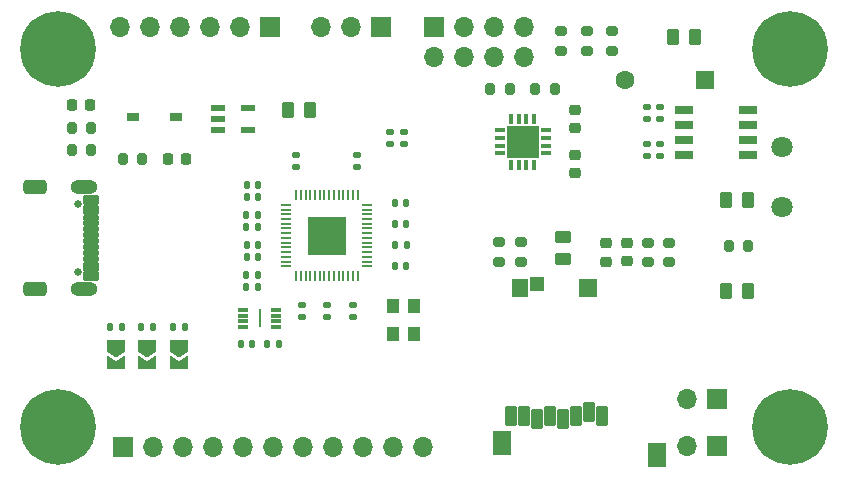
<source format=gts>
%TF.GenerationSoftware,KiCad,Pcbnew,7.0.10*%
%TF.CreationDate,2024-04-09T11:26:51+02:00*%
%TF.ProjectId,SolarCurveTracer,536f6c61-7243-4757-9276-655472616365,v1.0*%
%TF.SameCoordinates,Original*%
%TF.FileFunction,Soldermask,Top*%
%TF.FilePolarity,Negative*%
%FSLAX46Y46*%
G04 Gerber Fmt 4.6, Leading zero omitted, Abs format (unit mm)*
G04 Created by KiCad (PCBNEW 7.0.10) date 2024-04-09 11:26:51*
%MOMM*%
%LPD*%
G01*
G04 APERTURE LIST*
G04 Aperture macros list*
%AMRoundRect*
0 Rectangle with rounded corners*
0 $1 Rounding radius*
0 $2 $3 $4 $5 $6 $7 $8 $9 X,Y pos of 4 corners*
0 Add a 4 corners polygon primitive as box body*
4,1,4,$2,$3,$4,$5,$6,$7,$8,$9,$2,$3,0*
0 Add four circle primitives for the rounded corners*
1,1,$1+$1,$2,$3*
1,1,$1+$1,$4,$5*
1,1,$1+$1,$6,$7*
1,1,$1+$1,$8,$9*
0 Add four rect primitives between the rounded corners*
20,1,$1+$1,$2,$3,$4,$5,0*
20,1,$1+$1,$4,$5,$6,$7,0*
20,1,$1+$1,$6,$7,$8,$9,0*
20,1,$1+$1,$8,$9,$2,$3,0*%
%AMFreePoly0*
4,1,6,1.000000,0.000000,0.500000,-0.750000,-0.500000,-0.750000,-0.500000,0.750000,0.500000,0.750000,1.000000,0.000000,1.000000,0.000000,$1*%
%AMFreePoly1*
4,1,6,0.500000,-0.750000,-0.650000,-0.750000,-0.150000,0.000000,-0.650000,0.750000,0.500000,0.750000,0.500000,-0.750000,0.500000,-0.750000,$1*%
G04 Aperture macros list end*
%ADD10RoundRect,0.135000X-0.135000X-0.185000X0.135000X-0.185000X0.135000X0.185000X-0.135000X0.185000X0*%
%ADD11R,1.050000X1.300000*%
%ADD12RoundRect,0.200000X-0.200000X-0.275000X0.200000X-0.275000X0.200000X0.275000X-0.200000X0.275000X0*%
%ADD13RoundRect,0.135000X0.185000X-0.135000X0.185000X0.135000X-0.185000X0.135000X-0.185000X-0.135000X0*%
%ADD14RoundRect,0.200000X0.275000X-0.200000X0.275000X0.200000X-0.275000X0.200000X-0.275000X-0.200000X0*%
%ADD15RoundRect,0.225000X0.250000X-0.225000X0.250000X0.225000X-0.250000X0.225000X-0.250000X-0.225000X0*%
%ADD16RoundRect,0.140000X-0.140000X-0.170000X0.140000X-0.170000X0.140000X0.170000X-0.140000X0.170000X0*%
%ADD17RoundRect,0.140000X0.140000X0.170000X-0.140000X0.170000X-0.140000X-0.170000X0.140000X-0.170000X0*%
%ADD18RoundRect,0.200000X0.200000X0.275000X-0.200000X0.275000X-0.200000X-0.275000X0.200000X-0.275000X0*%
%ADD19RoundRect,0.250000X0.262500X0.450000X-0.262500X0.450000X-0.262500X-0.450000X0.262500X-0.450000X0*%
%ADD20RoundRect,0.135000X0.135000X0.185000X-0.135000X0.185000X-0.135000X-0.185000X0.135000X-0.185000X0*%
%ADD21R,0.900000X0.300000*%
%ADD22R,0.250000X1.650000*%
%ADD23RoundRect,0.140000X-0.170000X0.140000X-0.170000X-0.140000X0.170000X-0.140000X0.170000X0.140000X0*%
%ADD24FreePoly0,270.000000*%
%ADD25FreePoly1,270.000000*%
%ADD26C,0.650000*%
%ADD27RoundRect,0.102000X-0.575000X0.300000X-0.575000X-0.300000X0.575000X-0.300000X0.575000X0.300000X0*%
%ADD28RoundRect,0.102000X-0.575000X0.150000X-0.575000X-0.150000X0.575000X-0.150000X0.575000X0.150000X0*%
%ADD29O,2.304000X1.204000*%
%ADD30RoundRect,0.301000X-0.701000X0.301000X-0.701000X-0.301000X0.701000X-0.301000X0.701000X0.301000X0*%
%ADD31C,6.400000*%
%ADD32RoundRect,0.250000X-0.450000X0.262500X-0.450000X-0.262500X0.450000X-0.262500X0.450000X0.262500X0*%
%ADD33RoundRect,0.225000X-0.250000X0.225000X-0.250000X-0.225000X0.250000X-0.225000X0.250000X0.225000X0*%
%ADD34RoundRect,0.250000X-0.262500X-0.450000X0.262500X-0.450000X0.262500X0.450000X-0.262500X0.450000X0*%
%ADD35R,1.525000X0.700000*%
%ADD36RoundRect,0.225000X0.225000X0.250000X-0.225000X0.250000X-0.225000X-0.250000X0.225000X-0.250000X0*%
%ADD37RoundRect,0.050000X0.050000X-0.387500X0.050000X0.387500X-0.050000X0.387500X-0.050000X-0.387500X0*%
%ADD38RoundRect,0.050000X0.387500X-0.050000X0.387500X0.050000X-0.387500X0.050000X-0.387500X-0.050000X0*%
%ADD39R,3.200000X3.200000*%
%ADD40RoundRect,0.140000X0.170000X-0.140000X0.170000X0.140000X-0.170000X0.140000X-0.170000X-0.140000X0*%
%ADD41R,0.350000X0.850000*%
%ADD42R,0.850000X0.350000*%
%ADD43R,2.700000X2.700000*%
%ADD44RoundRect,0.102000X-0.700000X-0.950000X0.700000X-0.950000X0.700000X0.950000X-0.700000X0.950000X0*%
%ADD45RoundRect,0.102000X-0.600000X-0.700000X0.600000X-0.700000X0.600000X0.700000X-0.600000X0.700000X0*%
%ADD46RoundRect,0.102000X-0.650000X-0.700000X0.650000X-0.700000X0.650000X0.700000X-0.650000X0.700000X0*%
%ADD47RoundRect,0.102000X-0.400000X-0.750000X0.400000X-0.750000X0.400000X0.750000X-0.400000X0.750000X0*%
%ADD48RoundRect,0.102000X-0.500000X-0.520000X0.500000X-0.520000X0.500000X0.520000X-0.500000X0.520000X0*%
%ADD49RoundRect,0.200000X-0.275000X0.200000X-0.275000X-0.200000X0.275000X-0.200000X0.275000X0.200000X0*%
%ADD50RoundRect,0.135000X-0.185000X0.135000X-0.185000X-0.135000X0.185000X-0.135000X0.185000X0.135000X0*%
%ADD51R,1.200000X0.600000*%
%ADD52R,1.050000X0.750000*%
%ADD53C,1.803400*%
%ADD54R,1.700000X1.700000*%
%ADD55O,1.700000X1.700000*%
%ADD56R,1.600000X1.600000*%
%ADD57C,1.600000*%
G04 APERTURE END LIST*
D10*
%TO.C,R703*%
X128014000Y-110109000D03*
X129034000Y-110109000D03*
%TD*%
D11*
%TO.C,Y201*%
X148449000Y-110624000D03*
X148449000Y-108324000D03*
X146699000Y-108324000D03*
X146699000Y-110624000D03*
%TD*%
D12*
%TO.C,R403*%
X154902400Y-89941400D03*
X156552400Y-89941400D03*
%TD*%
D13*
%TO.C,R001*%
X147574000Y-94617000D03*
X147574000Y-93597000D03*
%TD*%
D14*
%TO.C,R304*%
X168275000Y-104584000D03*
X168275000Y-102934000D03*
%TD*%
D10*
%TO.C,R701*%
X122680000Y-110109000D03*
X123700000Y-110109000D03*
%TD*%
D13*
%TO.C,R007*%
X168148000Y-92458000D03*
X168148000Y-91438000D03*
%TD*%
D15*
%TO.C,C402*%
X162077400Y-93256400D03*
X162077400Y-91706400D03*
%TD*%
D16*
%TO.C,C214*%
X136017000Y-111506000D03*
X136977000Y-111506000D03*
%TD*%
D10*
%TO.C,R203*%
X146810000Y-103124000D03*
X147830000Y-103124000D03*
%TD*%
D17*
%TO.C,C201*%
X147800000Y-104902000D03*
X146840000Y-104902000D03*
%TD*%
D18*
%TO.C,R004*%
X176720000Y-103251000D03*
X175070000Y-103251000D03*
%TD*%
D19*
%TO.C,RCD1*%
X172210100Y-85547200D03*
X170385100Y-85547200D03*
%TD*%
D17*
%TO.C,C210*%
X135225000Y-99060000D03*
X134265000Y-99060000D03*
%TD*%
D20*
%TO.C,R201*%
X135257000Y-101600000D03*
X134237000Y-101600000D03*
%TD*%
D14*
%TO.C,R302*%
X170053000Y-104584000D03*
X170053000Y-102934000D03*
%TD*%
D21*
%TO.C,IC202*%
X133982000Y-108597000D03*
X133982000Y-109097000D03*
X133982000Y-109597000D03*
X133982000Y-110097000D03*
X136782000Y-110097000D03*
X136782000Y-109597000D03*
X136782000Y-109097000D03*
X136782000Y-108597000D03*
D22*
X135382000Y-109347000D03*
%TD*%
D23*
%TO.C,C203*%
X141097000Y-108232000D03*
X141097000Y-109192000D03*
%TD*%
D24*
%TO.C,AH0*%
X123190000Y-111670000D03*
D25*
X123190000Y-113120000D03*
%TD*%
D26*
%TO.C,J101*%
X120012000Y-99660000D03*
X120012000Y-105440000D03*
D27*
X121087000Y-99350000D03*
X121087000Y-100150000D03*
D28*
X121087000Y-101300000D03*
X121087000Y-102300000D03*
X121087000Y-102800000D03*
X121087000Y-103800000D03*
D27*
X121087000Y-105750000D03*
X121087000Y-104950000D03*
D28*
X121087000Y-104300000D03*
X121087000Y-103300000D03*
X121087000Y-101800000D03*
X121087000Y-100800000D03*
D29*
X120512000Y-98230000D03*
X120512000Y-106870000D03*
D30*
X116332000Y-98230000D03*
X116332000Y-106870000D03*
%TD*%
D31*
%TO.C,H2*%
X118300000Y-86550000D03*
%TD*%
D24*
%TO.C,AH1*%
X125857000Y-111670000D03*
D25*
X125857000Y-113120000D03*
%TD*%
D14*
%TO.C,R303*%
X157480000Y-104558600D03*
X157480000Y-102908600D03*
%TD*%
D31*
%TO.C,H4*%
X180300000Y-86550000D03*
%TD*%
D32*
%TO.C,Rs04*%
X161036000Y-102465500D03*
X161036000Y-104290500D03*
%TD*%
D18*
%TO.C,R402*%
X160362400Y-89941400D03*
X158712400Y-89941400D03*
%TD*%
D24*
%TO.C,AH2*%
X128524000Y-111670000D03*
D25*
X128524000Y-113120000D03*
%TD*%
D23*
%TO.C,C202*%
X143256000Y-108232000D03*
X143256000Y-109192000D03*
%TD*%
D31*
%TO.C,H3*%
X118300000Y-118550000D03*
%TD*%
D33*
%TO.C,C401*%
X162077400Y-95516400D03*
X162077400Y-97066400D03*
%TD*%
D34*
%TO.C,Rs02*%
X174855500Y-99314000D03*
X176680500Y-99314000D03*
%TD*%
D16*
%TO.C,C205*%
X146840000Y-101346000D03*
X147800000Y-101346000D03*
%TD*%
D12*
%TO.C,R101*%
X119444000Y-93218000D03*
X121094000Y-93218000D03*
%TD*%
D19*
%TO.C,Rs01*%
X176680500Y-107061000D03*
X174855500Y-107061000D03*
%TD*%
D35*
%TO.C,Q001*%
X171278000Y-91694000D03*
X171278000Y-92964000D03*
X171278000Y-94234000D03*
X171278000Y-95504000D03*
X176702000Y-95504000D03*
X176702000Y-94234000D03*
X176702000Y-92964000D03*
X176702000Y-91694000D03*
%TD*%
D15*
%TO.C,C301*%
X164719000Y-104534000D03*
X164719000Y-102984000D03*
%TD*%
D14*
%TO.C,R404*%
X163068000Y-86677000D03*
X163068000Y-85027000D03*
%TD*%
D23*
%TO.C,C204*%
X138938000Y-108232000D03*
X138938000Y-109192000D03*
%TD*%
D13*
%TO.C,R006*%
X169291000Y-95633000D03*
X169291000Y-94613000D03*
%TD*%
D36*
%TO.C,C102*%
X129172000Y-95885000D03*
X127622000Y-95885000D03*
%TD*%
D13*
%TO.C,R005*%
X169291000Y-92458000D03*
X169291000Y-91438000D03*
%TD*%
D36*
%TO.C,C101*%
X121044000Y-91313000D03*
X119494000Y-91313000D03*
%TD*%
D37*
%TO.C,IC201*%
X138459000Y-105761500D03*
X138859000Y-105761500D03*
X139259000Y-105761500D03*
X139659000Y-105761500D03*
X140059000Y-105761500D03*
X140459000Y-105761500D03*
X140859000Y-105761500D03*
X141259000Y-105761500D03*
X141659000Y-105761500D03*
X142059000Y-105761500D03*
X142459000Y-105761500D03*
X142859000Y-105761500D03*
X143259000Y-105761500D03*
X143659000Y-105761500D03*
D38*
X144496500Y-104924000D03*
X144496500Y-104524000D03*
X144496500Y-104124000D03*
X144496500Y-103724000D03*
X144496500Y-103324000D03*
X144496500Y-102924000D03*
X144496500Y-102524000D03*
X144496500Y-102124000D03*
X144496500Y-101724000D03*
X144496500Y-101324000D03*
X144496500Y-100924000D03*
X144496500Y-100524000D03*
X144496500Y-100124000D03*
X144496500Y-99724000D03*
D37*
X143659000Y-98886500D03*
X143259000Y-98886500D03*
X142859000Y-98886500D03*
X142459000Y-98886500D03*
X142059000Y-98886500D03*
X141659000Y-98886500D03*
X141259000Y-98886500D03*
X140859000Y-98886500D03*
X140459000Y-98886500D03*
X140059000Y-98886500D03*
X139659000Y-98886500D03*
X139259000Y-98886500D03*
X138859000Y-98886500D03*
X138459000Y-98886500D03*
D38*
X137621500Y-99724000D03*
X137621500Y-100124000D03*
X137621500Y-100524000D03*
X137621500Y-100924000D03*
X137621500Y-101324000D03*
X137621500Y-101724000D03*
X137621500Y-102124000D03*
X137621500Y-102524000D03*
X137621500Y-102924000D03*
X137621500Y-103324000D03*
X137621500Y-103724000D03*
X137621500Y-104124000D03*
X137621500Y-104524000D03*
X137621500Y-104924000D03*
D39*
X141059000Y-102324000D03*
%TD*%
D13*
%TO.C,R002*%
X146431000Y-94617000D03*
X146431000Y-93597000D03*
%TD*%
D20*
%TO.C,R209*%
X135257000Y-105664000D03*
X134237000Y-105664000D03*
%TD*%
D40*
%TO.C,C207*%
X143637000Y-96492000D03*
X143637000Y-95532000D03*
%TD*%
D14*
%TO.C,R4A1*%
X160909000Y-86677000D03*
X160909000Y-85027000D03*
%TD*%
D41*
%TO.C,IC401*%
X158607400Y-92436400D03*
X157957400Y-92436400D03*
X157307400Y-92436400D03*
X156657400Y-92436400D03*
D42*
X155682400Y-93411400D03*
X155682400Y-94061400D03*
X155682400Y-94711400D03*
X155682400Y-95361400D03*
D41*
X156657400Y-96336400D03*
X157307400Y-96336400D03*
X157957400Y-96336400D03*
X158607400Y-96336400D03*
D42*
X159582400Y-95361400D03*
X159582400Y-94711400D03*
X159582400Y-94061400D03*
X159582400Y-93411400D03*
D43*
X157632400Y-94386400D03*
%TD*%
D17*
%TO.C,C208*%
X135227000Y-103124000D03*
X134267000Y-103124000D03*
%TD*%
%TO.C,C211*%
X135225000Y-104140000D03*
X134265000Y-104140000D03*
%TD*%
D31*
%TO.C,H1*%
X180300000Y-118550000D03*
%TD*%
D40*
%TO.C,C206*%
X138430000Y-96492000D03*
X138430000Y-95532000D03*
%TD*%
D20*
%TO.C,R208*%
X135257000Y-106680000D03*
X134237000Y-106680000D03*
%TD*%
D17*
%TO.C,C209*%
X135225000Y-98044000D03*
X134265000Y-98044000D03*
%TD*%
D14*
%TO.C,R301*%
X155651200Y-104558600D03*
X155651200Y-102908600D03*
%TD*%
D44*
%TO.C,J301*%
X155883400Y-119920200D03*
X169033400Y-120920200D03*
D45*
X157423400Y-106770200D03*
D46*
X163173400Y-106770200D03*
D47*
X164363400Y-117630200D03*
X163263400Y-117230200D03*
X162163400Y-117630200D03*
X161063400Y-117830200D03*
X159963400Y-117630200D03*
X158863400Y-117830200D03*
X157763400Y-117630200D03*
X156663400Y-117630200D03*
D48*
X158873400Y-106400200D03*
%TD*%
D16*
%TO.C,C212*%
X146840000Y-99568000D03*
X147800000Y-99568000D03*
%TD*%
D12*
%TO.C,R102*%
X119444000Y-95123000D03*
X121094000Y-95123000D03*
%TD*%
D49*
%TO.C,R405*%
X165227000Y-85027000D03*
X165227000Y-86677000D03*
%TD*%
D34*
%TO.C,Rs03*%
X137771500Y-91694000D03*
X139596500Y-91694000D03*
%TD*%
D20*
%TO.C,R202*%
X135257000Y-100584000D03*
X134237000Y-100584000D03*
%TD*%
D18*
%TO.C,R103*%
X125412000Y-95885000D03*
X123762000Y-95885000D03*
%TD*%
D50*
%TO.C,R008*%
X168148000Y-94613000D03*
X168148000Y-95633000D03*
%TD*%
D20*
%TO.C,R702*%
X126367000Y-110072000D03*
X125347000Y-110072000D03*
%TD*%
D15*
%TO.C,C302*%
X166497000Y-104521000D03*
X166497000Y-102971000D03*
%TD*%
D51*
%TO.C,IC101*%
X131846000Y-91506000D03*
X131846000Y-92456000D03*
X131846000Y-93406000D03*
X134346000Y-93406000D03*
X134346000Y-91506000D03*
%TD*%
D17*
%TO.C,C215*%
X134719000Y-111506000D03*
X133759000Y-111506000D03*
%TD*%
D52*
%TO.C,D101*%
X128292000Y-92329000D03*
X124692000Y-92329000D03*
%TD*%
D53*
%TO.C,J002*%
X179578000Y-94869000D03*
X179578000Y-99869000D03*
%TD*%
D54*
%TO.C,J005*%
X174117000Y-120142000D03*
D55*
X171577000Y-120142000D03*
%TD*%
D54*
%TO.C,J202*%
X136271000Y-84709000D03*
D55*
X133731000Y-84709000D03*
X131191000Y-84709000D03*
X128651000Y-84709000D03*
X126111000Y-84709000D03*
X123571000Y-84709000D03*
%TD*%
D54*
%TO.C,J201*%
X145654000Y-84709000D03*
D55*
X143114000Y-84709000D03*
X140574000Y-84709000D03*
%TD*%
D56*
%TO.C,SC01*%
X173072000Y-89154000D03*
D57*
X166272000Y-89154000D03*
%TD*%
D54*
%TO.C,J203*%
X123825000Y-120269000D03*
D55*
X126365000Y-120269000D03*
X128905000Y-120269000D03*
X131445000Y-120269000D03*
X133985000Y-120269000D03*
X136525000Y-120269000D03*
X139065000Y-120269000D03*
X141605000Y-120269000D03*
X144145000Y-120269000D03*
X146685000Y-120269000D03*
X149225000Y-120269000D03*
%TD*%
D54*
%TO.C,J004*%
X174117000Y-116205000D03*
D55*
X171577000Y-116205000D03*
%TD*%
D54*
%TO.C,J001*%
X150114000Y-84709000D03*
D55*
X150114000Y-87249000D03*
X152654000Y-84709000D03*
X152654000Y-87249000D03*
X155194000Y-84709000D03*
X155194000Y-87249000D03*
X157734000Y-84709000D03*
X157734000Y-87249000D03*
%TD*%
M02*

</source>
